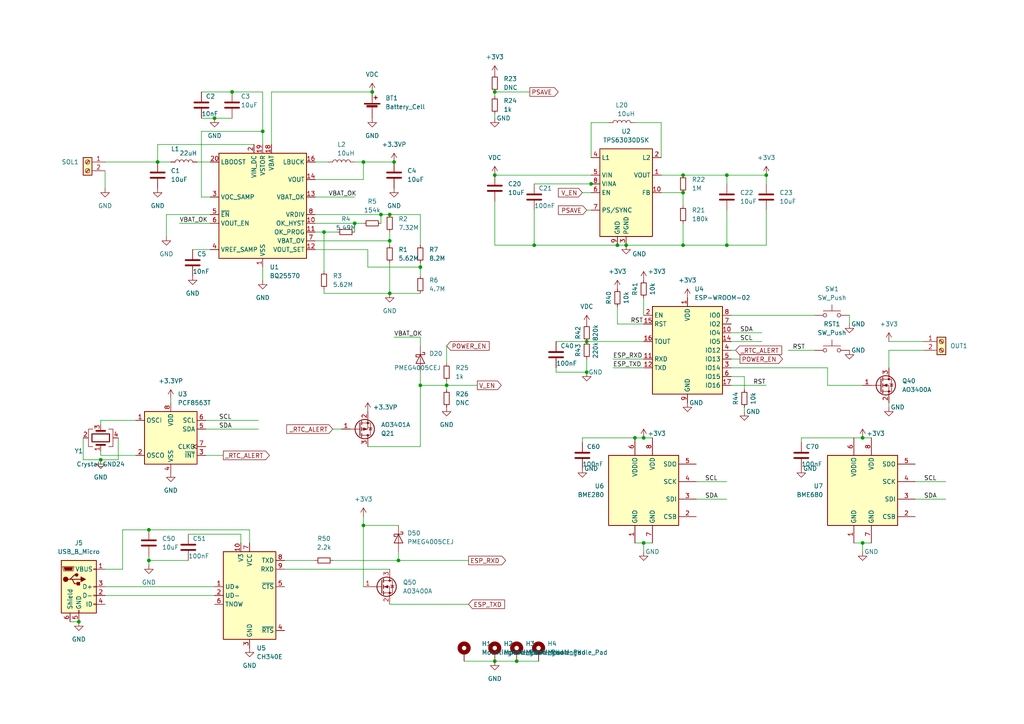
<source format=kicad_sch>
(kicad_sch (version 20211123) (generator eeschema)
  (paper "A4")
  (lib_symbols
    (symbol "Battery_Management:BQ25570"
      (property "Reference" "U" (at -12.7 16.51 0))
      (property "Value" "BQ25570" (at 10.16 16.51 0))
      (symbol "BQ25570_1_1"
        (pin power_in line (at 0 -17.78 90) (length 2.54) (name "VSS") (number "1"))
        (pin input line (at 15.24 -5.08 180) (length 2.54) (name "OK_HYST") (number "10"))
        (pin input line (at 15.24 -7.62 180) (length 2.54) (name "OK_PROG") (number "11"))
        (pin input line (at 15.24 -12.7 180) (length 2.54) (name "VOUT_SET") (number "12"))
        (pin output line (at 15.24 2.54 180) (length 2.54) (name "VBAT_OK") (number "13"))
        (pin input line (at 15.24 7.62 180) (length 2.54) (name "VOUT") (number "14"))
        (pin passive line (at 0 -17.78 90) (length 2.54) hide (name "VSS") (number "15"))
        (pin passive line (at 15.24 12.7 180) (length 2.54) (name "LBUCK") (number "16"))
        (pin passive line (at 0 -17.78 90) (length 2.54) hide (name "VSS") (number "17"))
        (pin power_in line (at 2.54 17.78 270) (length 2.54) (name "VBAT") (number "18"))
        (pin power_out line (at 0 17.78 270) (length 2.54) (name "VSTOR") (number "19"))
        (pin power_in line (at -2.54 17.78 270) (length 2.54) (name "VIN_DC") (number "2"))
        (pin passive line (at -15.24 12.7 0) (length 2.54) (name "LBOOST") (number "20"))
        (pin passive line (at 0 -17.78 90) (length 2.54) hide (name "VSS") (number "21"))
        (pin input line (at -15.24 2.54 0) (length 2.54) (name "VOC_SAMP") (number "3"))
        (pin passive line (at -15.24 -12.7 0) (length 2.54) (name "VREF_SAMP") (number "4"))
        (pin input line (at -15.24 -2.54 0) (length 2.54) (name "~{EN}") (number "5"))
        (pin input line (at -15.24 -5.08 0) (length 2.54) (name "VOUT_EN") (number "6"))
        (pin input line (at 15.24 -10.16 180) (length 2.54) (name "VBAT_OV") (number "7"))
        (pin output line (at 15.24 -2.54 180) (length 2.54) (name "VRDIV") (number "8"))
        (pin passive line (at 0 -17.78 90) (length 2.54) hide (name "VSS") (number "9"))
      )
    )
    (symbol "Connector:Screw_Terminal_01x02" (pin_names (offset 1.016) hide)
      (property "Reference" "J" (at 0 2.54 0))
      (property "Value" "Screw_Terminal_01x02" (at 0 -5.08 0))
      (symbol "Screw_Terminal_01x02_1_1"
        (pin passive line (at -5.08 0 0) (length 3.81) (name "Pin_1") (number "1"))
        (pin passive line (at -5.08 -2.54 0) (length 3.81) (name "Pin_2") (number "2"))
      )
    )
    (symbol "Connector:USB_B_Micro" (pin_names (offset 1.016))
      (property "Reference" "J" (at -5.08 11.43 0))
      (property "Value" "USB_B_Micro" (at -5.08 8.89 0))
      (symbol "USB_B_Micro_1_1"
        (pin power_out line (at 7.62 5.08 180) (length 2.54) (name "VBUS") (number "1"))
        (pin bidirectional line (at 7.62 -2.54 180) (length 2.54) (name "D-") (number "2"))
        (pin bidirectional line (at 7.62 0 180) (length 2.54) (name "D+") (number "3"))
        (pin passive line (at 7.62 -5.08 180) (length 2.54) (name "ID") (number "4"))
        (pin power_out line (at 0 -10.16 90) (length 2.54) (name "GND") (number "5"))
        (pin passive line (at -2.54 -10.16 90) (length 2.54) (name "Shield") (number "6"))
      )
    )
    (symbol "Device:Battery_Cell" (pin_numbers hide) (pin_names (offset 0) hide)
      (property "Reference" "BT" (at 2.54 2.54 0))
      (property "Value" "Battery_Cell" (at 2.54 0 0))
      (symbol "Battery_Cell_1_1"
        (pin passive line (at 0 5.08 270) (length 2.54) (name "+") (number "1"))
        (pin passive line (at 0 -2.54 90) (length 2.54) (name "-") (number "2"))
      )
    )
    (symbol "Device:C" (pin_numbers hide) (pin_names (offset 0.254))
      (property "Reference" "C" (at 0.635 2.54 0))
      (property "Value" "C" (at 0.635 -2.54 0))
      (symbol "C_1_1"
        (pin passive line (at 0 3.81 270) (length 2.794) (name "~") (number "1"))
        (pin passive line (at 0 -3.81 90) (length 2.794) (name "~") (number "2"))
      )
    )
    (symbol "Device:Crystal_GND24" (pin_names (offset 1.016) hide)
      (property "Reference" "Y" (at 3.175 5.08 0))
      (property "Value" "Crystal_GND24" (at 3.175 3.175 0))
      (symbol "Crystal_GND24_1_1"
        (pin passive line (at -3.81 0 0) (length 1.27) (name "1") (number "1"))
        (pin passive line (at 0 5.08 270) (length 1.27) (name "2") (number "2"))
        (pin passive line (at 3.81 0 180) (length 1.27) (name "3") (number "3"))
        (pin passive line (at 0 -5.08 90) (length 1.27) (name "4") (number "4"))
      )
    )
    (symbol "Device:L" (pin_numbers hide) (pin_names (offset 1.016) hide)
      (property "Reference" "L" (at -1.27 0 90))
      (property "Value" "L" (at 1.905 0 90))
      (symbol "L_1_1"
        (pin passive line (at 0 3.81 270) (length 1.27) (name "1") (number "1"))
        (pin passive line (at 0 -3.81 90) (length 1.27) (name "2") (number "2"))
      )
    )
    (symbol "Device:R_Small" (pin_numbers hide) (pin_names (offset 0.254) hide)
      (property "Reference" "R" (at 0.762 0.508 0))
      (property "Value" "R_Small" (at 0.762 -1.016 0))
      (symbol "R_Small_1_1"
        (pin passive line (at 0 2.54 270) (length 0.762) (name "~") (number "1"))
        (pin passive line (at 0 -2.54 90) (length 0.762) (name "~") (number "2"))
      )
    )
    (symbol "Diode:PMEG4005CEJ" (pin_numbers hide) (pin_names hide)
      (property "Reference" "D" (at 0 2.54 0))
      (property "Value" "PMEG4005CEJ" (at 0 -2.54 0))
      (symbol "PMEG4005CEJ_1_1"
        (pin passive line (at -3.81 0 0) (length 2.54) (name "K") (number "1"))
        (pin passive line (at 3.81 0 180) (length 2.54) (name "A") (number "2"))
      )
    )
    (symbol "Interface_USB:CH340E"
      (property "Reference" "U" (at -5.08 13.97 0))
      (property "Value" "CH340E" (at 1.27 13.97 0))
      (symbol "CH340E_1_1"
        (pin bidirectional line (at -10.16 2.54 0) (length 2.54) (name "UD+") (number "1"))
        (pin passive line (at -2.54 15.24 270) (length 2.54) (name "V3") (number "10"))
        (pin bidirectional line (at -10.16 0 0) (length 2.54) (name "UD-") (number "2"))
        (pin power_in line (at 0 -15.24 90) (length 2.54) (name "GND") (number "3"))
        (pin output line (at 10.16 -10.16 180) (length 2.54) (name "~{RTS}") (number "4"))
        (pin input line (at 10.16 2.54 180) (length 2.54) (name "~{CTS}") (number "5"))
        (pin output line (at -10.16 -2.54 0) (length 2.54) (name "TNOW") (number "6"))
        (pin power_in line (at 0 15.24 270) (length 2.54) (name "VCC") (number "7"))
        (pin output line (at 10.16 10.16 180) (length 2.54) (name "TXD") (number "8"))
        (pin input line (at 10.16 7.62 180) (length 2.54) (name "RXD") (number "9"))
      )
    )
    (symbol "Mechanical:MountingHole_Pad" (pin_numbers hide) (pin_names (offset 1.016) hide)
      (property "Reference" "H" (at 0 6.35 0))
      (property "Value" "MountingHole_Pad" (at 0 4.445 0))
      (symbol "MountingHole_Pad_1_1"
        (pin input line (at 0 -2.54 90) (length 2.54) (name "1") (number "1"))
      )
    )
    (symbol "RF_Module:ESP-WROOM-02"
      (property "Reference" "U" (at -7.62 13.97 0))
      (property "Value" "ESP-WROOM-02" (at 10.16 13.97 0))
      (symbol "ESP-WROOM-02_1_1"
        (pin power_in line (at 0 15.24 270) (length 2.54) (name "VDD") (number "1"))
        (pin bidirectional line (at 12.7 5.08 180) (length 2.54) (name "IO4") (number "10"))
        (pin bidirectional line (at -12.7 -2.54 0) (length 2.54) (name "RXD") (number "11"))
        (pin bidirectional line (at -12.7 -5.08 0) (length 2.54) (name "TXD") (number "12"))
        (pin passive line (at 0 -15.24 90) (length 2.54) hide (name "GND") (number "13"))
        (pin bidirectional line (at 12.7 2.54 180) (length 2.54) (name "IO5") (number "14"))
        (pin input line (at -12.7 7.62 0) (length 2.54) (name "RST") (number "15"))
        (pin input line (at -12.7 2.54 0) (length 2.54) (name "TOUT") (number "16"))
        (pin bidirectional line (at 12.7 -10.16 180) (length 2.54) (name "IO16") (number "17"))
        (pin passive line (at 0 -15.24 90) (length 2.54) hide (name "GND") (number "18"))
        (pin passive line (at 0 -15.24 90) (length 2.54) hide (name "GND") (number "19"))
        (pin input line (at -12.7 10.16 0) (length 2.54) (name "EN") (number "2"))
        (pin bidirectional line (at 12.7 -5.08 180) (length 2.54) (name "IO14") (number "3"))
        (pin bidirectional line (at 12.7 0 180) (length 2.54) (name "IO12") (number "4"))
        (pin bidirectional line (at 12.7 -2.54 180) (length 2.54) (name "IO13") (number "5"))
        (pin bidirectional line (at 12.7 -7.62 180) (length 2.54) (name "IO15") (number "6"))
        (pin bidirectional line (at 12.7 7.62 180) (length 2.54) (name "IO2") (number "7"))
        (pin bidirectional line (at 12.7 10.16 180) (length 2.54) (name "IO0") (number "8"))
        (pin power_in line (at 0 -15.24 90) (length 2.54) (name "GND") (number "9"))
      )
    )
    (symbol "Regulator_Switching:TPS63030DSK"
      (property "Reference" "U" (at -7.62 13.97 0))
      (property "Value" "TPS63030DSK" (at 5.08 13.97 0))
      (symbol "TPS63030DSK_1_1"
        (pin power_out line (at 10.16 5.08 180) (length 2.54) (name "VOUT") (number "1"))
        (pin input line (at 10.16 0 180) (length 2.54) (name "FB") (number "10"))
        (pin passive line (at 0 -15.24 90) (length 2.54) hide (name "PGND") (number "11"))
        (pin input line (at 10.16 10.16 180) (length 2.54) (name "L2") (number "2"))
        (pin power_in line (at 0 -15.24 90) (length 2.54) (name "PGND") (number "3"))
        (pin input line (at -10.16 10.16 0) (length 2.54) (name "L1") (number "4"))
        (pin power_in line (at -10.16 5.08 0) (length 2.54) (name "VIN") (number "5"))
        (pin input line (at -10.16 0 0) (length 2.54) (name "EN") (number "6"))
        (pin input line (at -10.16 -5.08 0) (length 2.54) (name "PS/SYNC") (number "7"))
        (pin passive line (at -10.16 2.54 0) (length 2.54) (name "VINA") (number "8"))
        (pin power_in line (at -2.54 -15.24 90) (length 2.54) (name "GND") (number "9"))
      )
    )
    (symbol "Sensor:BME280"
      (property "Reference" "U" (at -8.89 11.43 0))
      (property "Value" "BME280" (at 7.62 11.43 0))
      (symbol "BME280_1_1"
        (pin power_in line (at -2.54 -15.24 90) (length 5.08) (name "GND") (number "1"))
        (pin input line (at 15.24 -7.62 180) (length 5.08) (name "CSB") (number "2"))
        (pin bidirectional line (at 15.24 -2.54 180) (length 5.08) (name "SDI") (number "3"))
        (pin input line (at 15.24 2.54 180) (length 5.08) (name "SCK") (number "4"))
        (pin bidirectional line (at 15.24 7.62 180) (length 5.08) (name "SDO") (number "5"))
        (pin power_in line (at -2.54 15.24 270) (length 5.08) (name "VDDIO") (number "6"))
        (pin power_in line (at 2.54 -15.24 90) (length 5.08) (name "GND") (number "7"))
        (pin power_in line (at 2.54 15.24 270) (length 5.08) (name "VDD") (number "8"))
      )
    )
    (symbol "Sensor:BME680"
      (property "Reference" "U" (at -8.89 11.43 0))
      (property "Value" "BME680" (at 7.62 11.43 0))
      (symbol "BME680_1_1"
        (pin power_in line (at -2.54 -15.24 90) (length 5.08) (name "GND") (number "1"))
        (pin input line (at 15.24 -7.62 180) (length 5.08) (name "CSB") (number "2"))
        (pin bidirectional line (at 15.24 -2.54 180) (length 5.08) (name "SDI") (number "3"))
        (pin input line (at 15.24 2.54 180) (length 5.08) (name "SCK") (number "4"))
        (pin bidirectional line (at 15.24 7.62 180) (length 5.08) (name "SDO") (number "5"))
        (pin power_in line (at -2.54 15.24 270) (length 5.08) (name "VDDIO") (number "6"))
        (pin power_in line (at 2.54 -15.24 90) (length 5.08) (name "GND") (number "7"))
        (pin power_in line (at 2.54 15.24 270) (length 5.08) (name "VDD") (number "8"))
      )
    )
    (symbol "Switch:SW_Push" (pin_numbers hide) (pin_names (offset 1.016) hide)
      (property "Reference" "SW" (at 1.27 2.54 0))
      (property "Value" "SW_Push" (at 0 -1.524 0))
      (symbol "SW_Push_0_1"
        (pin passive line (at -5.08 0 0) (length 2.54) (name "1") (number "1"))
        (pin passive line (at 5.08 0 180) (length 2.54) (name "2") (number "2"))
      )
    )
    (symbol "Timer_RTC:PCF8563T"
      (property "Reference" "U" (at -7.62 8.89 0))
      (property "Value" "PCF8563T" (at 2.54 8.89 0))
      (symbol "PCF8563T_1_1"
        (pin input line (at -10.16 5.08 0) (length 2.54) (name "OSCI") (number "1"))
        (pin output line (at -10.16 -5.08 0) (length 2.54) (name "OSCO") (number "2"))
        (pin output line (at 10.16 -5.08 180) (length 2.54) (name "~{INT}") (number "3"))
        (pin power_in line (at 0 -10.16 90) (length 2.54) (name "VSS") (number "4"))
        (pin bidirectional line (at 10.16 2.54 180) (length 2.54) (name "SDA") (number "5"))
        (pin input line (at 10.16 5.08 180) (length 2.54) (name "SCL") (number "6"))
        (pin output clock (at 10.16 -2.54 180) (length 2.54) (name "CLKO") (number "7"))
        (pin power_in line (at 0 10.16 270) (length 2.54) (name "VDD") (number "8"))
      )
    )
    (symbol "Transistor_FET:AO3400A" (pin_names hide)
      (property "Reference" "Q" (at 5.08 1.905 0))
      (property "Value" "AO3400A" (at 5.08 0 0))
      (symbol "AO3400A_1_1"
        (pin input line (at -5.08 0 0) (length 2.54) (name "G") (number "1"))
        (pin passive line (at 2.54 -5.08 90) (length 2.54) (name "S") (number "2"))
        (pin passive line (at 2.54 5.08 270) (length 2.54) (name "D") (number "3"))
      )
    )
    (symbol "Transistor_FET:AO3401A" (pin_names hide)
      (property "Reference" "Q" (at 5.08 1.905 0))
      (property "Value" "AO3401A" (at 5.08 0 0))
      (symbol "AO3401A_1_1"
        (pin input line (at -5.08 0 0) (length 2.54) (name "G") (number "1"))
        (pin passive line (at 2.54 -5.08 90) (length 2.54) (name "S") (number "2"))
        (pin passive line (at 2.54 5.08 270) (length 2.54) (name "D") (number "3"))
      )
    )
    (symbol "power:+3.3V" (power) (pin_names (offset 0))
      (property "Value" "+3.3V" (at 0 3.556 0))
      (symbol "+3.3V_1_1"
        (pin power_in line (at 0 0 90) (length 0) hide (name "+3V3") (number "1"))
      )
    )
    (symbol "power:+3.3VP" (power) (pin_names (offset 0))
      (property "Value" "+3.3VP" (at 0 2.54 0))
      (symbol "+3.3VP_0_0"
        (pin power_in line (at 0 0 90) (length 0) hide (name "+3.3VP") (number "1"))
      )
    )
    (symbol "power:GND" (power) (pin_names (offset 0))
      (property "Value" "GND" (at 0 -3.81 0))
      (symbol "GND_1_1"
        (pin power_in line (at 0 0 270) (length 0) hide (name "GND") (number "1"))
      )
    )
    (symbol "power:VDC" (power) (pin_names (offset 0))
      (property "Value" "VDC" (at 0 6.35 0))
      (symbol "VDC_1_1"
        (pin power_in line (at 0 0 90) (length 0) hide (name "VDC") (number "1"))
      )
    )
  )
  (junction (at 67.31 26.67))
  (junction (at 210.82 71.12))
  (junction (at 184.15 127))
  (junction (at 121.92 111.76))
  (junction (at 198.12 50.8))
  (junction (at 143.51 50.8))
  (junction (at 107.95 26.67))
  (junction (at 43.18 153.67))
  (junction (at 62.23 34.29))
  (junction (at 186.69 157.48))
  (junction (at 76.2 38.1))
  (junction (at 121.92 77.47))
  (junction (at 105.41 152.4))
  (junction (at 181.61 71.12))
  (junction (at 105.41 46.99))
  (junction (at 170.18 99.06))
  (junction (at 114.3 46.99))
  (junction (at 250.19 157.48))
  (junction (at 222.25 50.8))
  (junction (at 102.87 64.77))
  (junction (at 250.19 127))
  (junction (at 198.12 55.88))
  (junction (at 154.94 71.12))
  (junction (at 170.18 107.95))
  (junction (at 43.18 162.56))
  (junction (at 198.12 71.12))
  (junction (at 45.72 46.99))
  (junction (at 22.86 180.34))
  (junction (at 110.49 62.23))
  (junction (at 29.21 133.35))
  (junction (at 186.69 127))
  (junction (at 210.82 50.8))
  (junction (at 113.03 85.09))
  (junction (at 115.57 162.56))
  (junction (at 149.86 191.77))
  (junction (at 143.51 191.77))
  (junction (at 113.03 62.23))
  (junction (at 93.98 67.31))
  (junction (at 179.07 71.12))
  (junction (at 113.03 69.85))
  (junction (at 129.54 111.76))
  (junction (at 171.45 53.34))
  (junction (at 143.51 26.67))
  (wire (pts (xy 121.92 76.2) (xy 121.92 77.47)))
  (wire (pts (xy 232.41 127) (xy 250.19 127)))
  (wire (pts (xy 106.68 72.39) (xy 106.68 77.47)))
  (wire (pts (xy 154.94 60.96) (xy 154.94 71.12)))
  (wire (pts (xy 55.88 72.39) (xy 60.96 72.39)))
  (wire (pts (xy 106.68 72.39) (xy 91.44 72.39)))
  (wire (pts (xy 113.03 76.2) (xy 113.03 85.09)))
  (wire (pts (xy 102.87 67.31) (xy 102.87 64.77)))
  (wire (pts (xy 170.18 99.06) (xy 186.69 99.06)))
  (wire (pts (xy 228.6 101.6) (xy 236.22 101.6)))
  (wire (pts (xy 82.55 165.1) (xy 113.03 165.1)))
  (wire (pts (xy 171.45 53.34) (xy 172.72 53.34)))
  (wire (pts (xy 30.48 165.1) (xy 35.56 165.1)))
  (wire (pts (xy 58.42 38.1) (xy 76.2 38.1)))
  (wire (pts (xy 168.91 127) (xy 184.15 127)))
  (wire (pts (xy 212.09 104.14) (xy 214.63 104.14)))
  (wire (pts (xy 212.09 91.44) (xy 236.22 91.44)))
  (wire (pts (xy 29.21 133.35) (xy 34.29 133.35)))
  (wire (pts (xy 210.82 50.8) (xy 222.25 50.8)))
  (wire (pts (xy 102.87 64.77) (xy 105.41 64.77)))
  (wire (pts (xy 43.18 153.67) (xy 72.39 153.67)))
  (wire (pts (xy 129.54 111.76) (xy 138.43 111.76)))
  (wire (pts (xy 54.61 154.94) (xy 69.85 154.94)))
  (wire (pts (xy 113.03 67.31) (xy 113.03 69.85)))
  (wire (pts (xy 210.82 71.12) (xy 198.12 71.12)))
  (wire (pts (xy 110.49 62.23) (xy 113.03 62.23)))
  (wire (pts (xy 171.45 35.56) (xy 176.53 35.56)))
  (wire (pts (xy 168.91 55.88) (xy 171.45 55.88)))
  (wire (pts (xy 198.12 71.12) (xy 181.61 71.12)))
  (wire (pts (xy 265.43 144.78) (xy 274.32 144.78)))
  (wire (pts (xy 257.81 99.06) (xy 267.97 99.06)))
  (wire (pts (xy 93.98 85.09) (xy 113.03 85.09)))
  (wire (pts (xy 143.51 58.42) (xy 143.51 71.12)))
  (wire (pts (xy 212.09 99.06) (xy 220.98 99.06)))
  (wire (pts (xy 257.81 106.68) (xy 257.81 101.6)))
  (wire (pts (xy 179.07 71.12) (xy 181.61 71.12)))
  (wire (pts (xy 191.77 55.88) (xy 198.12 55.88)))
  (wire (pts (xy 93.98 67.31) (xy 97.79 67.31)))
  (wire (pts (xy 29.21 132.08) (xy 39.37 132.08)))
  (wire (pts (xy 201.93 144.78) (xy 210.82 144.78)))
  (wire (pts (xy 201.93 139.7) (xy 210.82 139.7)))
  (wire (pts (xy 212.09 101.6) (xy 213.36 101.6)))
  (wire (pts (xy 250.19 127) (xy 252.73 127)))
  (wire (pts (xy 186.69 86.36) (xy 186.69 91.44)))
  (wire (pts (xy 48.26 68.58) (xy 48.26 62.23)))
  (wire (pts (xy 30.48 54.61) (xy 30.48 49.53)))
  (wire (pts (xy 246.38 91.44) (xy 246.38 93.98)))
  (wire (pts (xy 222.25 50.8) (xy 222.25 53.34)))
  (wire (pts (xy 105.41 152.4) (xy 105.41 170.18)))
  (wire (pts (xy 191.77 50.8) (xy 198.12 50.8)))
  (wire (pts (xy 96.52 162.56) (xy 115.57 162.56)))
  (wire (pts (xy 222.25 71.12) (xy 210.82 71.12)))
  (wire (pts (xy 143.51 26.67) (xy 153.67 26.67)))
  (wire (pts (xy 177.8 106.68) (xy 186.69 106.68)))
  (wire (pts (xy 143.51 191.77) (xy 149.86 191.77)))
  (wire (pts (xy 105.41 52.07) (xy 105.41 46.99)))
  (wire (pts (xy 91.44 52.07) (xy 105.41 52.07)))
  (wire (pts (xy 134.62 191.77) (xy 143.51 191.77)))
  (wire (pts (xy 110.49 62.23) (xy 110.49 64.77)))
  (wire (pts (xy 58.42 34.29) (xy 62.23 34.29)))
  (wire (pts (xy 161.29 99.06) (xy 170.18 99.06)))
  (wire (pts (xy 184.15 157.48) (xy 186.69 157.48)))
  (wire (pts (xy 143.51 71.12) (xy 154.94 71.12)))
  (wire (pts (xy 198.12 50.8) (xy 210.82 50.8)))
  (wire (pts (xy 121.92 111.76) (xy 129.54 111.76)))
  (wire (pts (xy 121.92 129.54) (xy 121.92 111.76)))
  (wire (pts (xy 113.03 71.12) (xy 113.03 69.85)))
  (wire (pts (xy 45.72 41.91) (xy 45.72 46.99)))
  (wire (pts (xy 43.18 163.83) (xy 43.18 162.56)))
  (wire (pts (xy 78.74 26.67) (xy 107.95 26.67)))
  (wire (pts (xy 265.43 139.7) (xy 274.32 139.7)))
  (wire (pts (xy 170.18 60.96) (xy 171.45 60.96)))
  (wire (pts (xy 113.03 62.23) (xy 121.92 62.23)))
  (wire (pts (xy 113.03 175.26) (xy 135.89 175.26)))
  (wire (pts (xy 115.57 160.02) (xy 115.57 162.56)))
  (wire (pts (xy 129.54 110.49) (xy 129.54 111.76)))
  (wire (pts (xy 186.69 157.48) (xy 189.23 157.48)))
  (wire (pts (xy 171.45 45.72) (xy 171.45 35.56)))
  (wire (pts (xy 191.77 35.56) (xy 184.15 35.56)))
  (wire (pts (xy 177.8 104.14) (xy 186.69 104.14)))
  (wire (pts (xy 143.51 34.29) (xy 143.51 33.02)))
  (wire (pts (xy 179.07 93.98) (xy 186.69 93.98)))
  (wire (pts (xy 161.29 106.68) (xy 161.29 107.95)))
  (wire (pts (xy 48.26 62.23) (xy 60.96 62.23)))
  (wire (pts (xy 154.94 53.34) (xy 171.45 53.34)))
  (wire (pts (xy 96.52 124.46) (xy 99.06 124.46)))
  (wire (pts (xy 212.09 111.76) (xy 222.25 111.76)))
  (wire (pts (xy 76.2 38.1) (xy 76.2 41.91)))
  (wire (pts (xy 113.03 85.09) (xy 121.92 85.09)))
  (wire (pts (xy 198.12 55.88) (xy 198.12 59.69)))
  (wire (pts (xy 29.21 121.92) (xy 39.37 121.92)))
  (wire (pts (xy 58.42 57.15) (xy 58.42 38.1)))
  (wire (pts (xy 184.15 127) (xy 186.69 127)))
  (wire (pts (xy 161.29 107.95) (xy 170.18 107.95)))
  (wire (pts (xy 57.15 46.99) (xy 60.96 46.99)))
  (wire (pts (xy 186.69 160.02) (xy 186.69 157.48)))
  (wire (pts (xy 59.69 124.46) (xy 74.93 124.46)))
  (wire (pts (xy 115.57 162.56) (xy 135.89 162.56)))
  (wire (pts (xy 93.98 78.74) (xy 93.98 67.31)))
  (wire (pts (xy 105.41 46.99) (xy 114.3 46.99)))
  (wire (pts (xy 105.41 152.4) (xy 115.57 152.4)))
  (wire (pts (xy 34.29 127) (xy 34.29 133.35)))
  (wire (pts (xy 121.92 77.47) (xy 121.92 80.01)))
  (wire (pts (xy 93.98 83.82) (xy 93.98 85.09)))
  (wire (pts (xy 114.3 97.79) (xy 121.92 97.79)))
  (wire (pts (xy 105.41 149.86) (xy 105.41 152.4)))
  (wire (pts (xy 59.69 132.08) (xy 64.77 132.08)))
  (wire (pts (xy 149.86 191.77) (xy 156.21 191.77)))
  (wire (pts (xy 210.82 60.96) (xy 210.82 71.12)))
  (wire (pts (xy 91.44 57.15) (xy 102.87 57.15)))
  (wire (pts (xy 212.09 109.22) (xy 215.9 109.22)))
  (wire (pts (xy 250.19 157.48) (xy 252.73 157.48)))
  (wire (pts (xy 24.13 133.35) (xy 29.21 133.35)))
  (wire (pts (xy 129.54 111.76) (xy 129.54 113.03)))
  (wire (pts (xy 222.25 60.96) (xy 222.25 71.12)))
  (wire (pts (xy 215.9 119.38) (xy 215.9 118.11)))
  (wire (pts (xy 78.74 41.91) (xy 78.74 26.67)))
  (wire (pts (xy 121.92 62.23) (xy 121.92 71.12)))
  (wire (pts (xy 212.09 106.68) (xy 240.03 106.68)))
  (wire (pts (xy 91.44 69.85) (xy 113.03 69.85)))
  (wire (pts (xy 179.07 88.9) (xy 179.07 93.98)))
  (wire (pts (xy 29.21 123.19) (xy 29.21 121.92)))
  (wire (pts (xy 240.03 106.68) (xy 240.03 111.76)))
  (wire (pts (xy 82.55 162.56) (xy 91.44 162.56)))
  (wire (pts (xy 121.92 107.95) (xy 121.92 111.76)))
  (wire (pts (xy 106.68 129.54) (xy 121.92 129.54)))
  (wire (pts (xy 67.31 26.67) (xy 76.2 26.67)))
  (wire (pts (xy 30.48 172.72) (xy 62.23 172.72)))
  (wire (pts (xy 154.94 71.12) (xy 179.07 71.12)))
  (wire (pts (xy 91.44 46.99) (xy 95.25 46.99)))
  (wire (pts (xy 72.39 153.67) (xy 72.39 157.48)))
  (wire (pts (xy 45.72 46.99) (xy 49.53 46.99)))
  (wire (pts (xy 49.53 115.57) (xy 49.53 116.84)))
  (wire (pts (xy 30.48 46.99) (xy 45.72 46.99)))
  (wire (pts (xy 43.18 162.56) (xy 43.18 161.29)))
  (wire (pts (xy 106.68 77.47) (xy 121.92 77.47)))
  (wire (pts (xy 60.96 57.15) (xy 58.42 57.15)))
  (wire (pts (xy 24.13 127) (xy 24.13 133.35)))
  (wire (pts (xy 35.56 153.67) (xy 43.18 153.67)))
  (wire (pts (xy 76.2 26.67) (xy 76.2 38.1)))
  (wire (pts (xy 247.65 157.48) (xy 250.19 157.48)))
  (wire (pts (xy 210.82 53.34) (xy 210.82 50.8)))
  (wire (pts (xy 69.85 154.94) (xy 69.85 157.48)))
  (wire (pts (xy 91.44 67.31) (xy 93.98 67.31)))
  (wire (pts (xy 191.77 45.72) (xy 191.77 35.56)))
  (wire (pts (xy 62.23 34.29) (xy 67.31 34.29)))
  (wire (pts (xy 143.51 50.8) (xy 171.45 50.8)))
  (wire (pts (xy 186.69 127) (xy 189.23 127)))
  (wire (pts (xy 121.92 100.33) (xy 121.92 97.79)))
  (wire (pts (xy 73.66 41.91) (xy 45.72 41.91)))
  (wire (pts (xy 168.91 128.27) (xy 168.91 127)))
  (wire (pts (xy 43.18 162.56) (xy 54.61 162.56)))
  (wire (pts (xy 215.9 109.22) (xy 215.9 113.03)))
  (wire (pts (xy 52.07 64.77) (xy 60.96 64.77)))
  (wire (pts (xy 143.51 26.67) (xy 143.51 27.94)))
  (wire (pts (xy 257.81 116.84) (xy 257.81 118.11)))
  (wire (pts (xy 198.12 64.77) (xy 198.12 71.12)))
  (wire (pts (xy 58.42 26.67) (xy 67.31 26.67)))
  (wire (pts (xy 212.09 96.52) (xy 220.98 96.52)))
  (wire (pts (xy 76.2 81.28) (xy 76.2 77.47)))
  (wire (pts (xy 91.44 64.77) (xy 102.87 64.77)))
  (wire (pts (xy 29.21 130.81) (xy 29.21 132.08)))
  (wire (pts (xy 91.44 62.23) (xy 110.49 62.23)))
  (wire (pts (xy 170.18 107.95) (xy 170.18 104.14)))
  (wire (pts (xy 250.19 160.02) (xy 250.19 157.48)))
  (wire (pts (xy 240.03 111.76) (xy 250.19 111.76)))
  (wire (pts (xy 35.56 165.1) (xy 35.56 153.67)))
  (wire (pts (xy 257.81 101.6) (xy 267.97 101.6)))
  (wire (pts (xy 59.69 121.92) (xy 74.93 121.92)))
  (wire (pts (xy 232.41 128.27) (xy 232.41 127)))
  (wire (pts (xy 30.48 170.18) (xy 62.23 170.18)))
  (wire (pts (xy 105.41 46.99) (xy 102.87 46.99)))
  (wire (pts (xy 129.54 100.33) (xy 129.54 105.41)))
  (wire (pts (xy 20.32 180.34) (xy 22.86 180.34)))
  (label "RST" (at 182.88 93.98 0))
  (label "SCL" (at 214.63 99.06 0))
  (label "RST" (at 218.44 111.76 0))
  (label "SDA" (at 214.63 96.52 0))
  (label "VBAT_OK" (at 114.3 97.79 0))
  (label "ESP_RXD" (at 177.8 104.14 0))
  (label "VBAT_OK" (at 95.25 57.15 0))
  (label "SDA" (at 204.47 144.78 0))
  (label "SCL" (at 267.97 139.7 0))
  (label "SCL" (at 204.47 139.7 0))
  (label "RST" (at 229.87 101.6 0))
  (label "SCL" (at 63.5 121.92 0))
  (label "SDA" (at 63.5 124.46 0))
  (label "ESP_TXD" (at 177.8 106.68 0))
  (label "SDA" (at 267.97 144.78 0))
  (label "VBAT_OK" (at 52.07 64.77 0))
  (global_label "PSAVE" (shape input) (at 170.18 60.96 180) (property "Intersheet References" "${INTERSHEET_REFS}" (effects hide)))
  (global_label "_RTC_ALERT" (shape output) (at 64.77 132.08 0) (property "Intersheet References" "${INTERSHEET_REFS}" (effects hide)))
  (global_label "POWER_EN" (shape output) (at 214.63 104.14 0) (property "Intersheet References" "${INTERSHEET_REFS}" (effects hide)))
  (global_label "V_EN" (shape input) (at 168.91 55.88 180) (property "Intersheet References" "${INTERSHEET_REFS}" (effects hide)))
  (global_label "V_EN" (shape output) (at 138.43 111.76 0) (property "Intersheet References" "${INTERSHEET_REFS}" (effects hide)))
  (global_label "_RTC_ALERT" (shape input) (at 96.52 124.46 180) (property "Intersheet References" "${INTERSHEET_REFS}" (effects hide)))
  (global_label "_RTC_ALERT" (shape input) (at 213.36 101.6 0) (property "Intersheet References" "${INTERSHEET_REFS}" (effects hide)))
  (global_label "ESP_RXD" (shape output) (at 135.89 162.56 0) (property "Intersheet References" "${INTERSHEET_REFS}" (effects hide)))
  (global_label "ESP_TXD" (shape input) (at 135.89 175.26 0) (property "Intersheet References" "${INTERSHEET_REFS}" (effects hide)))
  (global_label "POWER_EN" (shape input) (at 129.54 100.33 0) (property "Intersheet References" "${INTERSHEET_REFS}" (effects hide)))
  (global_label "PSAVE" (shape output) (at 153.67 26.67 0) (property "Intersheet References" "${INTERSHEET_REFS}" (effects hide)))
  (symbol (lib_id "Diode:PMEG4005CEJ") (at 121.92 104.14 270) (unit 1)
    (property "Reference" "D20" (at 124.46 102.5524 90) (effects (justify left)))
    (property "Value" "PMEG4005CEJ" (at 114.3 106.68 90) (effects (justify left)))
    (property "Footprint" "Diode_SMD:D_SOD-323F" (effects hide))
    (property "Datasheet" "https://assets.nexperia.com/documents/data-sheet/PMEG4005CEJ.pdf" (effects hide))
  )
  (symbol (lib_id "Mechanical:MountingHole_Pad") (at 134.62 189.23 0) (unit 1)
    (property "Reference" "H1" (at 139.7 186.6899 0) (effects (justify left)))
    (property "Value" "MountingHole_Pad" (at 139.7 189.2299 0) (effects (justify left)))
    (property "Footprint" "MountingHole:MountingHole_3.2mm_M3" (effects hide))
  )
  (symbol (lib_id "Transistor_FET:AO3400A") (at 255.27 111.76 0) (unit 1)
    (property "Reference" "Q40" (at 261.62 110.4899 0) (effects (justify left)))
    (property "Value" "AO3400A" (at 261.62 113.0299 0) (effects (justify left)))
    (property "Footprint" "Package_TO_SOT_SMD:SOT-23" (effects hide))
    (property "Datasheet" "http://www.aosmd.com/pdfs/datasheet/AO3400A.pdf" (effects hide))
  )
  (symbol (lib_id "power:GND") (at 170.18 107.95 0) (unit 1)
    (property "Reference" "#PWR0120" (effects hide))
    (property "Value" "GND" (at 172.72 107.95 0))
  )
  (symbol (lib_id "Mechanical:MountingHole_Pad") (at 143.51 189.23 0) (unit 1)
    (property "Reference" "H2" (at 146.05 186.6899 0) (effects (justify left)))
    (property "Value" "MountingHole_Pad" (at 146.05 189.2299 0) (effects (justify left)))
    (property "Footprint" "MountingHole:MountingHole_3.2mm_M3" (effects hide))
  )
  (symbol (lib_id "power:GND") (at 215.9 119.38 0) (unit 1)
    (property "Reference" "#PWR0104" (effects hide))
    (property "Value" "GND" (at 218.44 119.38 0))
  )
  (symbol (lib_id "power:GND") (at 250.19 160.02 0) (unit 1)
    (property "Reference" "#PWR0142" (effects hide))
    (property "Value" "GND" (at 252.73 160.02 0))
  )
  (symbol (lib_id "power:GND") (at 114.3 54.61 0) (unit 1)
    (property "Reference" "#PWR0113" (effects hide))
    (property "Value" "GND" (at 114.3 59.69 0))
  )
  (symbol (lib_id "power:GND") (at 168.91 135.89 0) (unit 1)
    (property "Reference" "#PWR0143" (effects hide))
    (property "Value" "GND" (at 171.45 135.89 0))
  )
  (symbol (lib_id "power:GND") (at 72.39 187.96 0) (unit 1)
    (property "Reference" "#PWR0135" (effects hide))
    (property "Value" "GND" (at 72.39 193.04 0))
  )
  (symbol (lib_id "Device:Battery_Cell") (at 107.95 31.75 0) (unit 1)
    (property "Reference" "BT1" (at 111.76 28.4479 0) (effects (justify left)))
    (property "Value" "Battery_Cell" (at 111.76 30.9879 0) (effects (justify left)))
    (property "Footprint" "TerminalBlock_TE-Connectivity:TerminalBlock_TE_282834-2_1x02_P2.54mm_Horizontal" (effects hide))
  )
  (symbol (lib_id "power:GND") (at 257.81 118.11 0) (unit 1)
    (property "Reference" "#PWR0105" (effects hide))
    (property "Value" "GND" (at 260.35 118.11 0))
  )
  (symbol (lib_id "power:GND") (at 55.88 80.01 0) (unit 1)
    (property "Reference" "#PWR0123" (effects hide))
    (property "Value" "GND" (at 55.88 85.09 0))
  )
  (symbol (lib_id "Sensor:BME280") (at 186.69 142.24 0) (unit 1)
    (property "Reference" "U6" (at 175.26 140.9699 0) (effects (justify right)))
    (property "Value" "BME280" (at 175.26 143.5099 0) (effects (justify right)))
    (property "Footprint" "Package_LGA:Bosch_LGA-8_2.5x2.5mm_P0.65mm_ClockwisePinNumbering" (effects hide))
    (property "Datasheet" "https://ae-bst.resource.bosch.com/media/_tech/media/datasheets/BST-BME280-DS002.pdf" (effects hide))
  )
  (symbol (lib_id "power:+3.3V") (at 257.81 99.06 0) (unit 1)
    (property "Reference" "#PWR0111" (effects hide))
    (property "Value" "+3.3V" (at 257.81 93.98 0))
  )
  (symbol (lib_id "power:GND") (at 143.51 34.29 0) (unit 1)
    (property "Reference" "#PWR0114" (effects hide))
    (property "Value" "GND" (at 146.05 34.29 0))
  )
  (symbol (lib_id "Regulator_Switching:TPS63030DSK") (at 181.61 55.88 0) (unit 1)
    (property "Reference" "U2" (at 181.61 38.1 0))
    (property "Value" "TPS63030DSK" (at 181.61 40.64 0))
    (property "Footprint" "Package_SON:WSON-10-1EP_2.5x2.5mm_P0.5mm_EP1.2x2mm" (effects hide))
    (property "Datasheet" "http://www.ti.com/lit/ds/symlink/tps63030.pdf" (effects hide))
  )
  (symbol (lib_id "Connector:Screw_Terminal_01x02") (at 273.05 99.06 0) (unit 1)
    (property "Reference" "OUT1" (at 275.59 100.3299 0) (effects (justify left)))
    (property "Value" "Screw_Terminal_01x02" (effects hide))
    (property "Footprint" "TerminalBlock_TE-Connectivity:TerminalBlock_TE_282834-2_1x02_P2.54mm_Horizontal" (effects hide))
  )
  (symbol (lib_id "power:+3.3V") (at 250.19 127 0) (unit 1)
    (property "Reference" "#PWR0139" (effects hide))
    (property "Value" "+3.3V" (at 254 125.73 0))
  )
  (symbol (lib_id "power:+3.3V") (at 186.69 81.28 0) (unit 1)
    (property "Reference" "#PWR0102" (effects hide))
    (property "Value" "+3.3V" (at 190.5 78.74 0))
  )
  (symbol (lib_id "Device:R_Small") (at 113.03 73.66 0) (unit 1)
    (property "Reference" "R1" (at 115.57 72.3899 0) (effects (justify left)))
    (property "Value" "5.62M" (at 115.57 74.9299 0) (effects (justify left)))
    (property "Footprint" "Resistor_SMD:R_0603_1608Metric" (effects hide))
  )
  (symbol (lib_id "Device:R_Small") (at 143.51 30.48 0) (unit 1)
    (property "Reference" "R24" (at 146.05 29.2099 0) (effects (justify left)))
    (property "Value" "1k" (at 146.05 31.7499 0) (effects (justify left)))
    (property "Footprint" "Resistor_SMD:R_0603_1608Metric" (effects hide))
  )
  (symbol (lib_id "Device:R_Small") (at 198.12 53.34 0) (unit 1)
    (property "Reference" "R22" (at 200.66 52.0699 0) (effects (justify left)))
    (property "Value" "1M" (at 200.66 54.6099 0) (effects (justify left)))
    (property "Footprint" "Resistor_SMD:R_0603_1608Metric" (effects hide))
  )
  (symbol (lib_id "power:GND") (at 43.18 163.83 0) (unit 1)
    (property "Reference" "#PWR0130" (effects hide))
    (property "Value" "GND" (at 43.18 168.91 0))
  )
  (symbol (lib_id "Device:R_Small") (at 121.92 82.55 0) (unit 1)
    (property "Reference" "R6" (at 124.46 81.2799 0) (effects (justify left)))
    (property "Value" "4.7M" (at 124.46 83.8199 0) (effects (justify left)))
    (property "Footprint" "Resistor_SMD:R_0603_1608Metric" (effects hide))
  )
  (symbol (lib_id "Battery_Management:BQ25570") (at 76.2 59.69 0) (unit 1)
    (property "Reference" "U1" (at 78.2194 77.47 0) (effects (justify left)))
    (property "Value" "BQ25570" (at 78.2194 80.01 0) (effects (justify left)))
    (property "Footprint" "Package_DFN_QFN:QFN-20-1EP_3.5x3.5mm_P0.5mm_EP2x2mm" (effects hide))
    (property "Datasheet" "http://www.ti.com/lit/ds/symlink/bq25570.pdf" (effects hide))
  )
  (symbol (lib_id "Device:R_Small") (at 93.98 81.28 0) (unit 1)
    (property "Reference" "R3" (at 96.52 80.0099 0) (effects (justify left)))
    (property "Value" "5.62M" (at 96.52 82.5499 0) (effects (justify left)))
    (property "Footprint" "Resistor_SMD:R_0603_1608Metric" (effects hide))
  )
  (symbol (lib_id "Device:C") (at 210.82 57.15 0) (unit 1)
    (property "Reference" "C22" (at 214.63 55.8799 0) (effects (justify left)))
    (property "Value" "10uF" (at 214.63 58.4199 0) (effects (justify left)))
    (property "Footprint" "Capacitor_SMD:C_1206_3216Metric_Pad1.33x1.80mm_HandSolder" (effects hide))
  )
  (symbol (lib_id "Device:R_Small") (at 170.18 96.52 180) (unit 1)
    (property "Reference" "R42" (at 167.64 96.52 90))
    (property "Value" "820k" (at 172.72 96.52 90))
    (property "Footprint" "Resistor_SMD:R_0603_1608Metric" (effects hide))
  )
  (symbol (lib_id "Device:R_Small") (at 121.92 73.66 0) (unit 1)
    (property "Reference" "R7" (at 124.46 72.3899 0) (effects (justify left)))
    (property "Value" "8.2M" (at 124.46 74.9299 0) (effects (justify left)))
    (property "Footprint" "Resistor_SMD:R_0603_1608Metric" (effects hide))
  )
  (symbol (lib_id "Device:C") (at 54.61 158.75 0) (unit 1)
    (property "Reference" "C51" (at 55.88 156.21 0) (effects (justify left)))
    (property "Value" "100nF" (at 54.61 161.29 0) (effects (justify left)))
    (property "Footprint" "Capacitor_SMD:C_0603_1608Metric_Pad1.08x0.95mm_HandSolder" (effects hide))
  )
  (symbol (lib_id "power:GND") (at 232.41 135.89 0) (unit 1)
    (property "Reference" "#PWR0140" (effects hide))
    (property "Value" "GND" (at 234.95 135.89 0))
  )
  (symbol (lib_id "Transistor_FET:AO3401A") (at 104.14 124.46 0) (mirror x) (unit 1)
    (property "Reference" "Q21" (at 110.49 125.7301 0) (effects (justify left)))
    (property "Value" "AO3401A" (at 110.49 123.1901 0) (effects (justify left)))
    (property "Footprint" "Package_TO_SOT_SMD:SOT-23" (effects hide))
    (property "Datasheet" "http://www.aosmd.com/pdfs/datasheet/AO3401A.pdf" (effects hide))
  )
  (symbol (lib_id "Connector:USB_B_Micro") (at 22.86 170.18 0) (unit 1)
    (property "Reference" "J5" (at 22.86 157.48 0))
    (property "Value" "USB_B_Micro" (at 22.86 160.02 0))
    (property "Footprint" "Connector_USB:USB_Micro-B_Amphenol_10103594-0001LF_Horizontal" (effects hide))
  )
  (symbol (lib_id "power:+3.3V") (at 105.41 149.86 0) (unit 1)
    (property "Reference" "#PWR0134" (effects hide))
    (property "Value" "+3.3V" (at 105.41 144.78 0))
  )
  (symbol (lib_id "power:GND") (at 246.38 93.98 0) (unit 1)
    (property "Reference" "#PWR0107" (effects hide))
    (property "Value" "GND" (at 248.92 93.98 0))
  )
  (symbol (lib_id "power:GND") (at 199.39 116.84 0) (unit 1)
    (property "Reference" "#PWR0103" (effects hide))
    (property "Value" "GND" (at 201.93 116.84 0))
  )
  (symbol (lib_id "power:GND") (at 29.21 133.35 0) (unit 1)
    (property "Reference" "#PWR0133" (effects hide))
    (property "Value" "GND" (at 29.21 138.43 0))
  )
  (symbol (lib_id "power:GND") (at 22.86 180.34 0) (unit 1)
    (property "Reference" "#PWR0129" (effects hide))
    (property "Value" "GND" (at 22.86 185.42 0))
  )
  (symbol (lib_id "Device:C") (at 55.88 76.2 0) (unit 1)
    (property "Reference" "C5" (at 57.15 73.66 0) (effects (justify left)))
    (property "Value" "10nF" (at 55.88 78.74 0) (effects (justify left)))
    (property "Footprint" "Capacitor_SMD:C_0603_1608Metric_Pad1.08x0.95mm_HandSolder" (effects hide))
  )
  (symbol (lib_id "power:+3.3VP") (at 114.3 46.99 0) (unit 1)
    (property "Reference" "#PWR0112" (effects hide))
    (property "Value" "+3.3VP" (at 114.3 41.91 0))
  )
  (symbol (lib_id "power:GND") (at 62.23 34.29 0) (unit 1)
    (property "Reference" "#PWR0116" (effects hide))
    (property "Value" "GND" (at 62.23 39.37 0))
  )
  (symbol (lib_id "power:+3.3VP") (at 106.68 119.38 0) (unit 1)
    (property "Reference" "#PWR0126" (effects hide))
    (property "Value" "+3.3VP" (at 111.76 118.11 0))
  )
  (symbol (lib_id "Device:C") (at 222.25 57.15 0) (unit 1)
    (property "Reference" "C23" (at 226.06 55.8799 0) (effects (justify left)))
    (property "Value" "10uF" (at 226.06 58.4199 0) (effects (justify left)))
    (property "Footprint" "Capacitor_SMD:C_1206_3216Metric_Pad1.33x1.80mm_HandSolder" (effects hide))
  )
  (symbol (lib_id "power:GND") (at 129.54 118.11 0) (unit 1)
    (property "Reference" "#PWR0128" (effects hide))
    (property "Value" "GND" (at 129.54 123.19 0))
  )
  (symbol (lib_id "Transistor_FET:AO3400A") (at 110.49 170.18 0) (unit 1)
    (property "Reference" "Q50" (at 116.84 168.9099 0) (effects (justify left)))
    (property "Value" "AO3400A" (at 116.84 171.4499 0) (effects (justify left)))
    (property "Footprint" "Package_TO_SOT_SMD:SOT-23" (effects hide))
    (property "Datasheet" "http://www.aosmd.com/pdfs/datasheet/AO3400A.pdf" (effects hide))
  )
  (symbol (lib_id "power:GND") (at 48.26 68.58 0) (unit 1)
    (property "Reference" "#PWR0119" (effects hide))
    (property "Value" "GND" (at 48.26 73.66 0))
  )
  (symbol (lib_id "Device:C") (at 168.91 132.08 0) (unit 1)
    (property "Reference" "C60" (at 170.18 129.54 0) (effects (justify left)))
    (property "Value" "100nF" (at 168.91 134.62 0) (effects (justify left)))
    (property "Footprint" "Capacitor_SMD:C_0603_1608Metric_Pad1.08x0.95mm_HandSolder" (effects hide))
  )
  (symbol (lib_id "Interface_USB:CH340E") (at 72.39 172.72 0) (unit 1)
    (property "Reference" "U5" (at 74.4094 187.96 0) (effects (justify left)))
    (property "Value" "CH340E" (at 74.4094 190.5 0) (effects (justify left)))
    (property "Footprint" "Package_SO:MSOP-10_3x3mm_P0.5mm" (effects hide))
    (property "Datasheet" "https://www.mpja.com/download/35227cpdata.pdf" (effects hide))
  )
  (symbol (lib_id "Device:R_Small") (at 93.98 162.56 90) (unit 1)
    (property "Reference" "R50" (at 93.98 156.21 90))
    (property "Value" "2.2k" (at 93.98 158.75 90))
    (property "Footprint" "Resistor_SMD:R_0603_1608Metric" (effects hide))
  )
  (symbol (lib_id "Switch:SW_Push") (at 241.3 91.44 0) (unit 1)
    (property "Reference" "SW1" (at 241.3 83.82 0))
    (property "Value" "SW_Push" (at 241.3 86.36 0))
    (property "Footprint" "Button_Switch_SMD:SW_Push_1P1T_NO_6x6mm_H9.5mm" (effects hide))
  )
  (symbol (lib_id "Device:C") (at 161.29 102.87 0) (unit 1)
    (property "Reference" "C40" (at 162.56 100.33 0) (effects (justify left)))
    (property "Value" "100nF" (at 161.29 105.41 0) (effects (justify left)))
    (property "Footprint" "Capacitor_SMD:C_0603_1608Metric_Pad1.08x0.95mm_HandSolder" (effects hide))
  )
  (symbol (lib_id "power:GND") (at 76.2 81.28 0) (unit 1)
    (property "Reference" "#PWR0122" (effects hide))
    (property "Value" "GND" (at 76.2 86.36 0))
  )
  (symbol (lib_id "RF_Module:ESP-WROOM-02") (at 199.39 101.6 0) (unit 1)
    (property "Reference" "U4" (at 201.4094 83.82 0) (effects (justify left)))
    (property "Value" "ESP-WROOM-02" (at 201.4094 86.36 0) (effects (justify left)))
    (property "Footprint" "RF_Module:ESP-WROOM-02" (effects hide))
    (property "Datasheet" "https://www.espressif.com/sites/default/files/documentation/0c-esp-wroom-02_datasheet_en.pdf" (effects hide))
  )
  (symbol (lib_id "Device:R_Small") (at 170.18 101.6 180) (unit 1)
    (property "Reference" "R43" (at 167.64 101.6 90))
    (property "Value" "220k" (at 172.72 101.6 90))
    (property "Footprint" "Resistor_SMD:R_0603_1608Metric" (effects hide))
  )
  (symbol (lib_id "Device:L") (at 99.06 46.99 90) (unit 1)
    (property "Reference" "L2" (at 99.06 41.91 90))
    (property "Value" "10uH" (at 100.33 44.45 90))
    (property "Footprint" "Inductor_SMD:L_Coilcraft_XxL4040" (effects hide))
  )
  (symbol (lib_id "Timer_RTC:PCF8563T") (at 49.53 127 0) (unit 1)
    (property "Reference" "U3" (at 51.5494 114.3 0) (effects (justify left)))
    (property "Value" "PCF8563T" (at 51.5494 116.84 0) (effects (justify left)))
    (property "Footprint" "Package_SO:SOIC-8_3.9x4.9mm_P1.27mm" (effects hide))
    (property "Datasheet" "https://assets.nexperia.com/documents/data-sheet/PCF8563.pdf" (effects hide))
  )
  (symbol (lib_id "Device:Crystal_GND24") (at 29.21 127 90) (unit 1)
    (property "Reference" "Y1" (at 22.86 130.81 90))
    (property "Value" "Crystal_GND24" (at 29.21 134.62 90))
    (property "Footprint" "Crystal:Crystal_SMD_3225-4Pin_3.2x2.5mm" (effects hide))
  )
  (symbol (lib_id "Device:R_Small") (at 215.9 115.57 180) (unit 1)
    (property "Reference" "R44" (at 213.36 115.57 90))
    (property "Value" "10k" (at 218.44 115.57 90))
    (property "Footprint" "Resistor_SMD:R_0603_1608Metric" (effects hide))
  )
  (symbol (lib_id "Device:R_Small") (at 143.51 24.13 0) (unit 1)
    (property "Reference" "R23" (at 146.05 22.8599 0) (effects (justify left)))
    (property "Value" "DNC" (at 146.05 25.3999 0) (effects (justify left)))
    (property "Footprint" "Resistor_SMD:R_0603_1608Metric" (effects hide))
  )
  (symbol (lib_id "power:GND") (at 30.48 54.61 0) (unit 1)
    (property "Reference" "#PWR0118" (effects hide))
    (property "Value" "GND" (at 30.48 59.69 0))
  )
  (symbol (lib_id "Diode:PMEG4005CEJ") (at 115.57 156.21 270) (unit 1)
    (property "Reference" "D50" (at 118.11 154.6224 90) (effects (justify left)))
    (property "Value" "PMEG4005CEJ" (at 118.11 157.1624 90) (effects (justify left)))
    (property "Footprint" "Diode_SMD:D_SOD-323F" (effects hide))
    (property "Datasheet" "https://assets.nexperia.com/documents/data-sheet/PMEG4005CEJ.pdf" (effects hide))
  )
  (symbol (lib_id "Device:C") (at 43.18 157.48 0) (unit 1)
    (property "Reference" "C50" (at 46.99 156.2099 0) (effects (justify left)))
    (property "Value" "10uF" (at 46.99 158.7499 0) (effects (justify left)))
    (property "Footprint" "Capacitor_SMD:C_1206_3216Metric_Pad1.33x1.80mm_HandSolder" (effects hide))
  )
  (symbol (lib_id "Sensor:BME680") (at 250.19 142.24 0) (unit 1)
    (property "Reference" "U7" (at 238.76 140.9699 0) (effects (justify right)))
    (property "Value" "BME680" (at 238.76 143.5099 0) (effects (justify right)))
    (property "Footprint" "Package_LGA:Bosch_LGA-8_3x3mm_P0.8mm_ClockwisePinNumbering" (effects hide))
    (property "Datasheet" "https://ae-bst.resource.bosch.com/media/_tech/media/datasheets/BST-BME680-DS001.pdf" (effects hide))
  )
  (symbol (lib_id "power:GND") (at 246.38 101.6 0) (unit 1)
    (property "Reference" "#PWR0106" (effects hide))
    (property "Value" "GND" (at 248.92 101.6 0))
  )
  (symbol (lib_id "Device:C") (at 154.94 57.15 0) (unit 1)
    (property "Reference" "C21" (at 156.21 54.61 0) (effects (justify left)))
    (property "Value" "100nF" (at 154.94 59.69 0) (effects (justify left)))
    (property "Footprint" "Capacitor_SMD:C_0603_1608Metric_Pad1.08x0.95mm_HandSolder" (effects hide))
  )
  (symbol (lib_id "Mechanical:MountingHole_Pad") (at 149.86 189.23 0) (unit 1)
    (property "Reference" "H3" (at 152.4 186.6899 0) (effects (justify left)))
    (property "Value" "MountingHole_Pad" (at 152.4 189.2299 0) (effects (justify left)))
    (property "Footprint" "MountingHole:MountingHole_3.2mm_M3" (effects hide))
  )
  (symbol (lib_id "power:+3.3VP") (at 49.53 115.57 0) (unit 1)
    (property "Reference" "#PWR0132" (effects hide))
    (property "Value" "+3.3VP" (at 49.53 110.49 0))
  )
  (symbol (lib_id "power:+3.3V") (at 143.51 21.59 0) (unit 1)
    (property "Reference" "#PWR0115" (effects hide))
    (property "Value" "+3.3V" (at 143.51 16.51 0))
  )
  (symbol (lib_id "power:+3.3V") (at 186.69 127 0) (unit 1)
    (property "Reference" "#PWR0138" (effects hide))
    (property "Value" "+3.3V" (at 190.5 125.73 0))
  )
  (symbol (lib_id "Device:L") (at 180.34 35.56 90) (unit 1)
    (property "Reference" "L20" (at 180.34 30.48 90))
    (property "Value" "10uH" (at 181.61 33.02 90))
    (property "Footprint" "Inductor_SMD:L_Coilcraft_XxL4040" (effects hide))
  )
  (symbol (lib_id "power:VDC") (at 107.95 26.67 0) (unit 1)
    (property "Reference" "#PWR0125" (effects hide))
    (property "Value" "VDC" (at 107.95 21.59 0))
  )
  (symbol (lib_id "power:VDC") (at 170.18 93.98 0) (unit 1)
    (property "Reference" "#PWR0137" (effects hide))
    (property "Value" "VDC" (at 170.18 88.9 0))
  )
  (symbol (lib_id "Device:C") (at 143.51 54.61 0) (unit 1)
    (property "Reference" "C20" (at 147.32 53.3399 0) (effects (justify left)))
    (property "Value" "10uF" (at 147.32 55.8799 0) (effects (justify left)))
    (property "Footprint" "Capacitor_SMD:C_1206_3216Metric_Pad1.33x1.80mm_HandSolder" (effects hide))
  )
  (symbol (lib_id "power:GND") (at 186.69 160.02 0) (unit 1)
    (property "Reference" "#PWR0141" (effects hide))
    (property "Value" "GND" (at 189.23 160.02 0))
  )
  (symbol (lib_id "Device:R_Small") (at 129.54 115.57 0) (unit 1)
    (property "Reference" "R26" (at 132.08 114.2999 0) (effects (justify left)))
    (property "Value" "DNC" (at 132.08 116.8399 0) (effects (justify left)))
    (property "Footprint" "Resistor_SMD:R_0603_1608Metric" (effects hide))
  )
  (symbol (lib_id "power:VDC") (at 143.51 50.8 0) (unit 1)
    (property "Reference" "#PWR0110" (effects hide))
    (property "Value" "VDC" (at 143.51 45.72 0))
  )
  (symbol (lib_id "power:GND") (at 143.51 191.77 0) (unit 1)
    (property "Reference" "#PWR0136" (effects hide))
    (property "Value" "GND" (at 143.51 196.85 0))
  )
  (symbol (lib_id "Device:R_Small") (at 107.95 64.77 90) (unit 1)
    (property "Reference" "R5" (at 107.95 58.42 90))
    (property "Value" "154k" (at 107.95 60.96 90))
    (property "Footprint" "Resistor_SMD:R_0603_1608Metric" (effects hide))
  )
  (symbol (lib_id "Device:R_Small") (at 100.33 67.31 90) (unit 1)
    (property "Reference" "R4" (at 100.33 63.5 90))
    (property "Value" "5.49M" (at 100.33 66.04 90))
    (property "Footprint" "Resistor_SMD:R_0603_1608Metric" (effects hide))
  )
  (symbol (lib_id "Device:L") (at 53.34 46.99 90) (unit 1)
    (property "Reference" "L1" (at 50.8 43.18 90))
    (property "Value" "22uH" (at 54.61 44.45 90))
    (property "Footprint" "Inductor_SMD:L_Coilcraft_XxL4040" (effects hide))
  )
  (symbol (lib_id "power:GND") (at 107.95 34.29 0) (unit 1)
    (property "Reference" "#PWR0124" (effects hide))
    (property "Value" "GND" (at 107.95 39.37 0))
  )
  (symbol (lib_id "Device:R_Small") (at 113.03 64.77 0) (unit 1)
    (property "Reference" "R2" (at 115.57 63.4999 0) (effects (justify left)))
    (property "Value" "7.32M" (at 115.57 66.0399 0) (effects (justify left)))
    (property "Footprint" "Resistor_SMD:R_0603_1608Metric" (effects hide))
  )
  (symbol (lib_id "Switch:SW_Push") (at 241.3 101.6 0) (unit 1)
    (property "Reference" "RST1" (at 241.3 93.98 0))
    (property "Value" "SW_Push" (at 241.3 96.52 0))
    (property "Footprint" "Button_Switch_SMD:SW_Push_1P1T_NO_6x6mm_H9.5mm" (effects hide))
  )
  (symbol (lib_id "Device:C") (at 67.31 30.48 0) (unit 1)
    (property "Reference" "C3" (at 69.85 27.94 0) (effects (justify left)))
    (property "Value" "10uF" (at 69.85 30.48 0) (effects (justify left)))
    (property "Footprint" "Capacitor_SMD:C_1206_3216Metric_Pad1.33x1.80mm_HandSolder" (effects hide))
  )
  (symbol (lib_id "power:GND") (at 181.61 71.12 0) (unit 1)
    (property "Reference" "#PWR0109" (effects hide))
    (property "Value" "GND" (at 185.42 73.66 0))
  )
  (symbol (lib_id "power:GND") (at 49.53 137.16 0) (unit 1)
    (property "Reference" "#PWR0131" (effects hide))
    (property "Value" "GND" (at 49.53 142.24 0))
  )
  (symbol (lib_id "power:GND") (at 45.72 54.61 0) (unit 1)
    (property "Reference" "#PWR0117" (effects hide))
    (property "Value" "GND" (at 45.72 59.69 0))
  )
  (symbol (lib_id "power:+3.3V") (at 222.25 50.8 0) (unit 1)
    (property "Reference" "#PWR0108" (effects hide))
    (property "Value" "+3.3V" (at 222.25 45.72 0))
  )
  (symbol (lib_id "power:+3.3V") (at 179.07 83.82 0) (unit 1)
    (property "Reference" "#PWR0121" (effects hide))
    (property "Value" "+3.3V" (at 179.07 78.74 0))
  )
  (symbol (lib_id "power:+3.3V") (at 199.39 86.36 0) (unit 1)
    (property "Reference" "#PWR0101" (effects hide))
    (property "Value" "+3.3V" (at 199.39 81.28 0))
  )
  (symbol (lib_id "power:GND") (at 113.03 85.09 0) (unit 1)
    (property "Reference" "#PWR0127" (effects hide))
    (property "Value" "GND" (at 113.03 90.17 0))
  )
  (symbol (lib_id "Device:R_Small") (at 129.54 107.95 0) (unit 1)
    (property "Reference" "R25" (at 132.08 106.6799 0) (effects (justify left)))
    (property "Value" "1k" (at 132.08 109.2199 0) (effects (justify left)))
    (property "Footprint" "Resistor_SMD:R_0603_1608Metric" (effects hide))
  )
  (symbol (lib_id "Device:C") (at 58.42 30.48 0) (unit 1)
    (property "Reference" "C2" (at 59.69 27.94 0) (effects (justify left)))
    (property "Value" "10nF" (at 58.42 33.02 0) (effects (justify left)))
    (property "Footprint" "Capacitor_SMD:C_0603_1608Metric_Pad1.08x0.95mm_HandSolder" (effects hide))
  )
  (symbol (lib_id "Mechanical:MountingHole_Pad") (at 156.21 189.23 0) (unit 1)
    (property "Reference" "H4" (at 158.75 186.6899 0) (effects (justify left)))
    (property "Value" "MountingHole_Pad" (at 158.75 189.2299 0) (effects (justify left)))
    (property "Footprint" "MountingHole:MountingHole_3.2mm_M3" (effects hide))
  )
  (symbol (lib_id "Device:R_Small") (at 198.12 62.23 0) (unit 1)
    (property "Reference" "R21" (at 200.66 60.9599 0) (effects (justify left)))
    (property "Value" "180k" (at 200.66 63.4999 0) (effects (justify left)))
    (property "Footprint" "Resistor_SMD:R_0603_1608Metric" (effects hide))
  )
  (symbol (lib_id "Device:C") (at 114.3 50.8 0) (unit 1)
    (property "Reference" "C4" (at 118.11 49.5299 0) (effects (justify left)))
    (property "Value" "10uF" (at 118.11 52.0699 0) (effects (justify left)))
    (property "Footprint" "Capacitor_SMD:C_1206_3216Metric_Pad1.33x1.80mm_HandSolder" (effects hide))
  )
  (symbol (lib_id "Device:C") (at 232.41 132.08 0) (unit 1)
    (property "Reference" "C70" (at 233.68 129.54 0) (effects (justify left)))
    (property "Value" "100nF" (at 232.41 134.62 0) (effects (justify left)))
    (property "Footprint" "Capacitor_SMD:C_0603_1608Metric_Pad1.08x0.95mm_HandSolder" (effects hide))
  )
  (symbol (lib_id "Device:C") (at 45.72 50.8 0) (unit 1)
    (property "Reference" "C1" (at 49.53 49.5299 0) (effects (justify left)))
    (property "Value" "10uF" (at 49.53 52.0699 0) (effects (justify left)))
    (property "Footprint" "Capacitor_SMD:C_1206_3216Metric_Pad1.33x1.80mm_HandSolder" (effects hide))
  )
  (symbol (lib_id "Connector:Screw_Terminal_01x02") (at 25.4 46.99 0) (mirror y) (unit 1)
    (property "Reference" "SOL1" (at 22.86 46.9899 0) (effects (justify left)))
    (property "Value" "Screw_Terminal_01x02" (effects hide))
    (property "Footprint" "TerminalBlock_TE-Connectivity:TerminalBlock_TE_282834-2_1x02_P2.54mm_Horizontal" (effects hide))
  )
  (symbol (lib_id "Device:R_Small") (at 186.69 83.82 180) (unit 1)
    (property "Reference" "R41" (at 184.15 83.82 90))
    (property "Value" "10k" (at 189.23 83.82 90))
    (property "Footprint" "Resistor_SMD:R_0603_1608Metric" (effects hide))
  )
  (symbol (lib_id "Device:R_Small") (at 179.07 86.36 180) (unit 1)
    (property "Reference" "R40" (at 176.53 86.36 90))
    (property "Value" "10k" (at 181.61 86.36 90))
    (property "Footprint" "Resistor_SMD:R_0603_1608Metric" (effects hide))
  )
)
</source>
